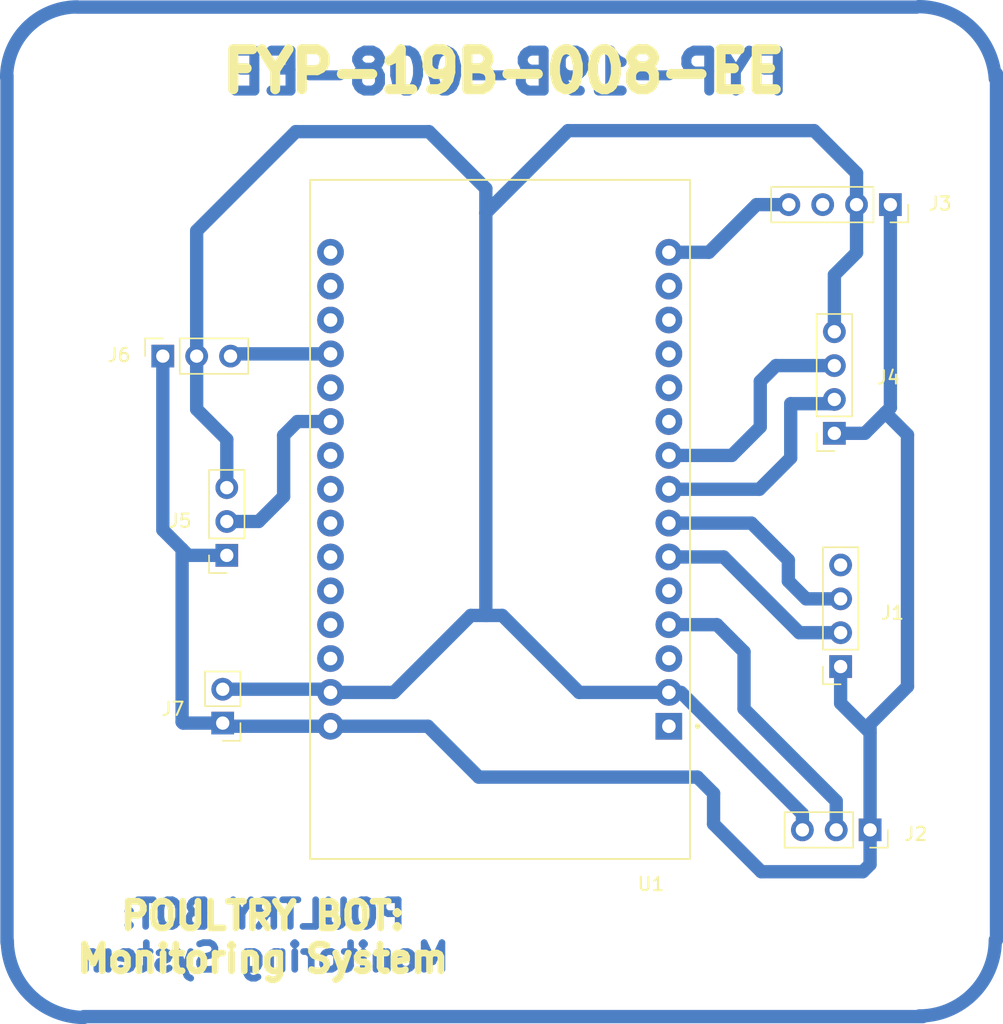
<source format=kicad_pcb>
(kicad_pcb (version 20171130) (host pcbnew "(5.1.10)-1")

  (general
    (thickness 1.6)
    (drawings 12)
    (tracks 89)
    (zones 0)
    (modules 8)
    (nets 31)
  )

  (page A4)
  (layers
    (0 F.Cu signal)
    (31 B.Cu signal)
    (32 B.Adhes user)
    (33 F.Adhes user)
    (34 B.Paste user)
    (35 F.Paste user)
    (36 B.SilkS user)
    (37 F.SilkS user)
    (38 B.Mask user)
    (39 F.Mask user)
    (40 Dwgs.User user hide)
    (41 Cmts.User user)
    (42 Eco1.User user)
    (43 Eco2.User user)
    (44 Edge.Cuts user)
    (45 Margin user)
    (46 B.CrtYd user hide)
    (47 F.CrtYd user)
    (48 B.Fab user)
    (49 F.Fab user hide)
  )

  (setup
    (last_trace_width 1)
    (user_trace_width 1)
    (trace_clearance 0.2)
    (zone_clearance 0.508)
    (zone_45_only no)
    (trace_min 0.2)
    (via_size 0.8)
    (via_drill 0.4)
    (via_min_size 0.4)
    (via_min_drill 0.3)
    (uvia_size 0.3)
    (uvia_drill 0.1)
    (uvias_allowed no)
    (uvia_min_size 0.2)
    (uvia_min_drill 0.1)
    (edge_width 0.05)
    (segment_width 0.2)
    (pcb_text_width 0.3)
    (pcb_text_size 1.5 1.5)
    (mod_edge_width 0.12)
    (mod_text_size 1 1)
    (mod_text_width 0.15)
    (pad_size 1.524 1.524)
    (pad_drill 0.762)
    (pad_to_mask_clearance 0)
    (aux_axis_origin 0 0)
    (visible_elements FFFFFF7F)
    (pcbplotparams
      (layerselection 0x00020_fffffffe)
      (usegerberextensions false)
      (usegerberattributes true)
      (usegerberadvancedattributes true)
      (creategerberjobfile true)
      (excludeedgelayer true)
      (linewidth 0.100000)
      (plotframeref false)
      (viasonmask false)
      (mode 1)
      (useauxorigin false)
      (hpglpennumber 1)
      (hpglpenspeed 20)
      (hpglpendiameter 15.000000)
      (psnegative false)
      (psa4output false)
      (plotreference true)
      (plotvalue true)
      (plotinvisibletext false)
      (padsonsilk false)
      (subtractmaskfromsilk false)
      (outputformat 1)
      (mirror false)
      (drillshape 0)
      (scaleselection 1)
      (outputdirectory ""))
  )

  (net 0 "")
  (net 1 5V)
  (net 2 TX)
  (net 3 RX)
  (net 4 GND)
  (net 5 DHT22)
  (net 6 "Net-(J3-Pad3)")
  (net 7 MQ135)
  (net 8 Echo)
  (net 9 Trigger)
  (net 10 YF-S201)
  (net 11 Relay)
  (net 12 "Net-(U1-Pad1)")
  (net 13 "Net-(U1-Pad3)")
  (net 14 "Net-(U1-Pad5)")
  (net 15 "Net-(U1-Pad10)")
  (net 16 "Net-(U1-Pad11)")
  (net 17 "Net-(U1-Pad12)")
  (net 18 "Net-(U1-Pad13)")
  (net 19 "Net-(U1-Pad14)")
  (net 20 "Net-(U1-Pad28)")
  (net 21 "Net-(U1-Pad27)")
  (net 22 "Net-(U1-Pad26)")
  (net 23 "Net-(U1-Pad25)")
  (net 24 "Net-(U1-Pad24)")
  (net 25 "Net-(U1-Pad23)")
  (net 26 "Net-(U1-Pad22)")
  (net 27 "Net-(U1-Pad20)")
  (net 28 "Net-(U1-Pad18)")
  (net 29 "Net-(U1-Pad17)")
  (net 30 "Net-(U1-Pad16)")

  (net_class Default "This is the default net class."
    (clearance 0.2)
    (trace_width 0.25)
    (via_dia 0.8)
    (via_drill 0.4)
    (uvia_dia 0.3)
    (uvia_drill 0.1)
    (add_net 5V)
    (add_net DHT22)
    (add_net Echo)
    (add_net GND)
    (add_net MQ135)
    (add_net "Net-(J3-Pad3)")
    (add_net "Net-(U1-Pad1)")
    (add_net "Net-(U1-Pad10)")
    (add_net "Net-(U1-Pad11)")
    (add_net "Net-(U1-Pad12)")
    (add_net "Net-(U1-Pad13)")
    (add_net "Net-(U1-Pad14)")
    (add_net "Net-(U1-Pad16)")
    (add_net "Net-(U1-Pad17)")
    (add_net "Net-(U1-Pad18)")
    (add_net "Net-(U1-Pad20)")
    (add_net "Net-(U1-Pad22)")
    (add_net "Net-(U1-Pad23)")
    (add_net "Net-(U1-Pad24)")
    (add_net "Net-(U1-Pad25)")
    (add_net "Net-(U1-Pad26)")
    (add_net "Net-(U1-Pad27)")
    (add_net "Net-(U1-Pad28)")
    (add_net "Net-(U1-Pad3)")
    (add_net "Net-(U1-Pad5)")
    (add_net RX)
    (add_net Relay)
    (add_net TX)
    (add_net Trigger)
    (add_net YF-S201)
  )

  (module Connector_PinSocket_2.54mm:PinSocket_1x04_P2.54mm_Vertical (layer F.Cu) (tedit 5A19A429) (tstamp 6482E333)
    (at 165.3032 87.4776 180)
    (descr "Through hole straight socket strip, 1x04, 2.54mm pitch, single row (from Kicad 4.0.7), script generated")
    (tags "Through hole socket strip THT 1x04 2.54mm single row")
    (path /6482B3E9)
    (fp_text reference J1 (at -3.8989 4.0386) (layer F.SilkS)
      (effects (font (size 1 1) (thickness 0.15)))
    )
    (fp_text value NX4832T035 (at 0 10.39) (layer F.Fab)
      (effects (font (size 1 1) (thickness 0.15)))
    )
    (fp_line (start -1.8 9.4) (end -1.8 -1.8) (layer F.CrtYd) (width 0.05))
    (fp_line (start 1.75 9.4) (end -1.8 9.4) (layer F.CrtYd) (width 0.05))
    (fp_line (start 1.75 -1.8) (end 1.75 9.4) (layer F.CrtYd) (width 0.05))
    (fp_line (start -1.8 -1.8) (end 1.75 -1.8) (layer F.CrtYd) (width 0.05))
    (fp_line (start 0 -1.33) (end 1.33 -1.33) (layer F.SilkS) (width 0.12))
    (fp_line (start 1.33 -1.33) (end 1.33 0) (layer F.SilkS) (width 0.12))
    (fp_line (start 1.33 1.27) (end 1.33 8.95) (layer F.SilkS) (width 0.12))
    (fp_line (start -1.33 8.95) (end 1.33 8.95) (layer F.SilkS) (width 0.12))
    (fp_line (start -1.33 1.27) (end -1.33 8.95) (layer F.SilkS) (width 0.12))
    (fp_line (start -1.33 1.27) (end 1.33 1.27) (layer F.SilkS) (width 0.12))
    (fp_line (start -1.27 8.89) (end -1.27 -1.27) (layer F.Fab) (width 0.1))
    (fp_line (start 1.27 8.89) (end -1.27 8.89) (layer F.Fab) (width 0.1))
    (fp_line (start 1.27 -0.635) (end 1.27 8.89) (layer F.Fab) (width 0.1))
    (fp_line (start 0.635 -1.27) (end 1.27 -0.635) (layer F.Fab) (width 0.1))
    (fp_line (start -1.27 -1.27) (end 0.635 -1.27) (layer F.Fab) (width 0.1))
    (fp_text user %R (at 0 3.81 90) (layer F.Fab)
      (effects (font (size 1 1) (thickness 0.15)))
    )
    (pad 1 thru_hole rect (at 0 0 180) (size 1.7 1.7) (drill 1) (layers *.Cu *.Mask)
      (net 1 5V))
    (pad 2 thru_hole oval (at 0 2.54 180) (size 1.7 1.7) (drill 1) (layers *.Cu *.Mask)
      (net 2 TX))
    (pad 3 thru_hole oval (at 0 5.08 180) (size 1.7 1.7) (drill 1) (layers *.Cu *.Mask)
      (net 3 RX))
    (pad 4 thru_hole oval (at 0 7.62 180) (size 1.7 1.7) (drill 1) (layers *.Cu *.Mask)
      (net 4 GND))
    (model ${KISYS3DMOD}/Connector_PinSocket_2.54mm.3dshapes/PinSocket_1x04_P2.54mm_Vertical.wrl
      (at (xyz 0 0 0))
      (scale (xyz 1 1 1))
      (rotate (xyz 0 0 0))
    )
  )

  (module Connector_PinSocket_2.54mm:PinSocket_1x03_P2.54mm_Vertical (layer F.Cu) (tedit 5A19A429) (tstamp 6482E41A)
    (at 167.513 99.7331 270)
    (descr "Through hole straight socket strip, 1x03, 2.54mm pitch, single row (from Kicad 4.0.7), script generated")
    (tags "Through hole socket strip THT 1x03 2.54mm single row")
    (path /6482991F)
    (fp_text reference J2 (at 0.3048 -3.429 180) (layer F.SilkS)
      (effects (font (size 1 1) (thickness 0.15)))
    )
    (fp_text value DHT22 (at 0 7.85 90) (layer F.Fab)
      (effects (font (size 1 1) (thickness 0.15)))
    )
    (fp_line (start -1.8 6.85) (end -1.8 -1.8) (layer F.CrtYd) (width 0.05))
    (fp_line (start 1.75 6.85) (end -1.8 6.85) (layer F.CrtYd) (width 0.05))
    (fp_line (start 1.75 -1.8) (end 1.75 6.85) (layer F.CrtYd) (width 0.05))
    (fp_line (start -1.8 -1.8) (end 1.75 -1.8) (layer F.CrtYd) (width 0.05))
    (fp_line (start 0 -1.33) (end 1.33 -1.33) (layer F.SilkS) (width 0.12))
    (fp_line (start 1.33 -1.33) (end 1.33 0) (layer F.SilkS) (width 0.12))
    (fp_line (start 1.33 1.27) (end 1.33 6.41) (layer F.SilkS) (width 0.12))
    (fp_line (start -1.33 6.41) (end 1.33 6.41) (layer F.SilkS) (width 0.12))
    (fp_line (start -1.33 1.27) (end -1.33 6.41) (layer F.SilkS) (width 0.12))
    (fp_line (start -1.33 1.27) (end 1.33 1.27) (layer F.SilkS) (width 0.12))
    (fp_line (start -1.27 6.35) (end -1.27 -1.27) (layer F.Fab) (width 0.1))
    (fp_line (start 1.27 6.35) (end -1.27 6.35) (layer F.Fab) (width 0.1))
    (fp_line (start 1.27 -0.635) (end 1.27 6.35) (layer F.Fab) (width 0.1))
    (fp_line (start 0.635 -1.27) (end 1.27 -0.635) (layer F.Fab) (width 0.1))
    (fp_line (start -1.27 -1.27) (end 0.635 -1.27) (layer F.Fab) (width 0.1))
    (fp_text user %R (at 0 2.54) (layer F.Fab)
      (effects (font (size 1 1) (thickness 0.15)))
    )
    (pad 1 thru_hole rect (at 0 0 270) (size 1.7 1.7) (drill 1) (layers *.Cu *.Mask)
      (net 1 5V))
    (pad 2 thru_hole oval (at 0 2.54 270) (size 1.7 1.7) (drill 1) (layers *.Cu *.Mask)
      (net 5 DHT22))
    (pad 3 thru_hole oval (at 0 5.08 270) (size 1.7 1.7) (drill 1) (layers *.Cu *.Mask)
      (net 4 GND))
    (model ${KISYS3DMOD}/Connector_PinSocket_2.54mm.3dshapes/PinSocket_1x03_P2.54mm_Vertical.wrl
      (at (xyz 0 0 0))
      (scale (xyz 1 1 1))
      (rotate (xyz 0 0 0))
    )
  )

  (module Connector_PinSocket_2.54mm:PinSocket_1x04_P2.54mm_Vertical (layer F.Cu) (tedit 5A19A429) (tstamp 6482DE6F)
    (at 169.037 52.8193 270)
    (descr "Through hole straight socket strip, 1x04, 2.54mm pitch, single row (from Kicad 4.0.7), script generated")
    (tags "Through hole socket strip THT 1x04 2.54mm single row")
    (path /64829F7A)
    (fp_text reference J3 (at -0.0762 -3.7338 180) (layer F.SilkS)
      (effects (font (size 1 1) (thickness 0.15)))
    )
    (fp_text value MQ135 (at 0 10.39 90) (layer F.Fab)
      (effects (font (size 1 1) (thickness 0.15)))
    )
    (fp_line (start -1.8 9.4) (end -1.8 -1.8) (layer F.CrtYd) (width 0.05))
    (fp_line (start 1.75 9.4) (end -1.8 9.4) (layer F.CrtYd) (width 0.05))
    (fp_line (start 1.75 -1.8) (end 1.75 9.4) (layer F.CrtYd) (width 0.05))
    (fp_line (start -1.8 -1.8) (end 1.75 -1.8) (layer F.CrtYd) (width 0.05))
    (fp_line (start 0 -1.33) (end 1.33 -1.33) (layer F.SilkS) (width 0.12))
    (fp_line (start 1.33 -1.33) (end 1.33 0) (layer F.SilkS) (width 0.12))
    (fp_line (start 1.33 1.27) (end 1.33 8.95) (layer F.SilkS) (width 0.12))
    (fp_line (start -1.33 8.95) (end 1.33 8.95) (layer F.SilkS) (width 0.12))
    (fp_line (start -1.33 1.27) (end -1.33 8.95) (layer F.SilkS) (width 0.12))
    (fp_line (start -1.33 1.27) (end 1.33 1.27) (layer F.SilkS) (width 0.12))
    (fp_line (start -1.27 8.89) (end -1.27 -1.27) (layer F.Fab) (width 0.1))
    (fp_line (start 1.27 8.89) (end -1.27 8.89) (layer F.Fab) (width 0.1))
    (fp_line (start 1.27 -0.635) (end 1.27 8.89) (layer F.Fab) (width 0.1))
    (fp_line (start 0.635 -1.27) (end 1.27 -0.635) (layer F.Fab) (width 0.1))
    (fp_line (start -1.27 -1.27) (end 0.635 -1.27) (layer F.Fab) (width 0.1))
    (fp_text user %R (at 0 3.81) (layer F.Fab)
      (effects (font (size 1 1) (thickness 0.15)))
    )
    (pad 1 thru_hole rect (at 0 0 270) (size 1.7 1.7) (drill 1) (layers *.Cu *.Mask)
      (net 1 5V))
    (pad 2 thru_hole oval (at 0 2.54 270) (size 1.7 1.7) (drill 1) (layers *.Cu *.Mask)
      (net 4 GND))
    (pad 3 thru_hole oval (at 0 5.08 270) (size 1.7 1.7) (drill 1) (layers *.Cu *.Mask)
      (net 6 "Net-(J3-Pad3)"))
    (pad 4 thru_hole oval (at 0 7.62 270) (size 1.7 1.7) (drill 1) (layers *.Cu *.Mask)
      (net 7 MQ135))
    (model ${KISYS3DMOD}/Connector_PinSocket_2.54mm.3dshapes/PinSocket_1x04_P2.54mm_Vertical.wrl
      (at (xyz 0 0 0))
      (scale (xyz 1 1 1))
      (rotate (xyz 0 0 0))
    )
  )

  (module Connector_PinSocket_2.54mm:PinSocket_1x04_P2.54mm_Vertical (layer F.Cu) (tedit 5A19A429) (tstamp 6482D9E3)
    (at 164.8333 69.977 180)
    (descr "Through hole straight socket strip, 1x04, 2.54mm pitch, single row (from Kicad 4.0.7), script generated")
    (tags "Through hole socket strip THT 1x04 2.54mm single row")
    (path /6482A66E)
    (fp_text reference J4 (at -4.0513 4.191) (layer F.SilkS)
      (effects (font (size 1 1) (thickness 0.15)))
    )
    (fp_text value HC-SR04 (at 0 10.39) (layer F.Fab)
      (effects (font (size 1 1) (thickness 0.15)))
    )
    (fp_text user %R (at 0 3.81 90) (layer F.Fab)
      (effects (font (size 1 1) (thickness 0.15)))
    )
    (fp_line (start -1.27 -1.27) (end 0.635 -1.27) (layer F.Fab) (width 0.1))
    (fp_line (start 0.635 -1.27) (end 1.27 -0.635) (layer F.Fab) (width 0.1))
    (fp_line (start 1.27 -0.635) (end 1.27 8.89) (layer F.Fab) (width 0.1))
    (fp_line (start 1.27 8.89) (end -1.27 8.89) (layer F.Fab) (width 0.1))
    (fp_line (start -1.27 8.89) (end -1.27 -1.27) (layer F.Fab) (width 0.1))
    (fp_line (start -1.33 1.27) (end 1.33 1.27) (layer F.SilkS) (width 0.12))
    (fp_line (start -1.33 1.27) (end -1.33 8.95) (layer F.SilkS) (width 0.12))
    (fp_line (start -1.33 8.95) (end 1.33 8.95) (layer F.SilkS) (width 0.12))
    (fp_line (start 1.33 1.27) (end 1.33 8.95) (layer F.SilkS) (width 0.12))
    (fp_line (start 1.33 -1.33) (end 1.33 0) (layer F.SilkS) (width 0.12))
    (fp_line (start 0 -1.33) (end 1.33 -1.33) (layer F.SilkS) (width 0.12))
    (fp_line (start -1.8 -1.8) (end 1.75 -1.8) (layer F.CrtYd) (width 0.05))
    (fp_line (start 1.75 -1.8) (end 1.75 9.4) (layer F.CrtYd) (width 0.05))
    (fp_line (start 1.75 9.4) (end -1.8 9.4) (layer F.CrtYd) (width 0.05))
    (fp_line (start -1.8 9.4) (end -1.8 -1.8) (layer F.CrtYd) (width 0.05))
    (pad 4 thru_hole oval (at 0 7.62 180) (size 1.7 1.7) (drill 1) (layers *.Cu *.Mask)
      (net 4 GND))
    (pad 3 thru_hole oval (at 0 5.08 180) (size 1.7 1.7) (drill 1) (layers *.Cu *.Mask)
      (net 8 Echo))
    (pad 2 thru_hole oval (at 0 2.54 180) (size 1.7 1.7) (drill 1) (layers *.Cu *.Mask)
      (net 9 Trigger))
    (pad 1 thru_hole rect (at 0 0 180) (size 1.7 1.7) (drill 1) (layers *.Cu *.Mask)
      (net 1 5V))
    (model ${KISYS3DMOD}/Connector_PinSocket_2.54mm.3dshapes/PinSocket_1x04_P2.54mm_Vertical.wrl
      (at (xyz 0 0 0))
      (scale (xyz 1 1 1))
      (rotate (xyz 0 0 0))
    )
  )

  (module Connector_PinSocket_2.54mm:PinSocket_1x03_P2.54mm_Vertical (layer F.Cu) (tedit 5A19A429) (tstamp 6482D9FA)
    (at 119.2276 79.1337 180)
    (descr "Through hole straight socket strip, 1x03, 2.54mm pitch, single row (from Kicad 4.0.7), script generated")
    (tags "Through hole socket strip THT 1x03 2.54mm single row")
    (path /6482ACBB)
    (fp_text reference J5 (at 3.5052 2.5908) (layer F.SilkS)
      (effects (font (size 1 1) (thickness 0.15)))
    )
    (fp_text value YF-S201 (at 0 7.85) (layer F.Fab)
      (effects (font (size 1 1) (thickness 0.15)))
    )
    (fp_text user %R (at 0 2.54 90) (layer F.Fab)
      (effects (font (size 1 1) (thickness 0.15)))
    )
    (fp_line (start -1.27 -1.27) (end 0.635 -1.27) (layer F.Fab) (width 0.1))
    (fp_line (start 0.635 -1.27) (end 1.27 -0.635) (layer F.Fab) (width 0.1))
    (fp_line (start 1.27 -0.635) (end 1.27 6.35) (layer F.Fab) (width 0.1))
    (fp_line (start 1.27 6.35) (end -1.27 6.35) (layer F.Fab) (width 0.1))
    (fp_line (start -1.27 6.35) (end -1.27 -1.27) (layer F.Fab) (width 0.1))
    (fp_line (start -1.33 1.27) (end 1.33 1.27) (layer F.SilkS) (width 0.12))
    (fp_line (start -1.33 1.27) (end -1.33 6.41) (layer F.SilkS) (width 0.12))
    (fp_line (start -1.33 6.41) (end 1.33 6.41) (layer F.SilkS) (width 0.12))
    (fp_line (start 1.33 1.27) (end 1.33 6.41) (layer F.SilkS) (width 0.12))
    (fp_line (start 1.33 -1.33) (end 1.33 0) (layer F.SilkS) (width 0.12))
    (fp_line (start 0 -1.33) (end 1.33 -1.33) (layer F.SilkS) (width 0.12))
    (fp_line (start -1.8 -1.8) (end 1.75 -1.8) (layer F.CrtYd) (width 0.05))
    (fp_line (start 1.75 -1.8) (end 1.75 6.85) (layer F.CrtYd) (width 0.05))
    (fp_line (start 1.75 6.85) (end -1.8 6.85) (layer F.CrtYd) (width 0.05))
    (fp_line (start -1.8 6.85) (end -1.8 -1.8) (layer F.CrtYd) (width 0.05))
    (pad 3 thru_hole oval (at 0 5.08 180) (size 1.7 1.7) (drill 1) (layers *.Cu *.Mask)
      (net 4 GND))
    (pad 2 thru_hole oval (at 0 2.54 180) (size 1.7 1.7) (drill 1) (layers *.Cu *.Mask)
      (net 10 YF-S201))
    (pad 1 thru_hole rect (at 0 0 180) (size 1.7 1.7) (drill 1) (layers *.Cu *.Mask)
      (net 1 5V))
    (model ${KISYS3DMOD}/Connector_PinSocket_2.54mm.3dshapes/PinSocket_1x03_P2.54mm_Vertical.wrl
      (at (xyz 0 0 0))
      (scale (xyz 1 1 1))
      (rotate (xyz 0 0 0))
    )
  )

  (module Connector_PinSocket_2.54mm:PinSocket_1x03_P2.54mm_Vertical (layer F.Cu) (tedit 5A19A429) (tstamp 6482DA11)
    (at 114.427 64.1858 90)
    (descr "Through hole straight socket strip, 1x03, 2.54mm pitch, single row (from Kicad 4.0.7), script generated")
    (tags "Through hole socket strip THT 1x03 2.54mm single row")
    (path /6482BAFD)
    (fp_text reference J6 (at 0.0762 -3.2893 180) (layer F.SilkS)
      (effects (font (size 1 1) (thickness 0.15)))
    )
    (fp_text value Hw-307b (at 0 7.85 90) (layer F.Fab)
      (effects (font (size 1 1) (thickness 0.15)))
    )
    (fp_line (start -1.8 6.85) (end -1.8 -1.8) (layer F.CrtYd) (width 0.05))
    (fp_line (start 1.75 6.85) (end -1.8 6.85) (layer F.CrtYd) (width 0.05))
    (fp_line (start 1.75 -1.8) (end 1.75 6.85) (layer F.CrtYd) (width 0.05))
    (fp_line (start -1.8 -1.8) (end 1.75 -1.8) (layer F.CrtYd) (width 0.05))
    (fp_line (start 0 -1.33) (end 1.33 -1.33) (layer F.SilkS) (width 0.12))
    (fp_line (start 1.33 -1.33) (end 1.33 0) (layer F.SilkS) (width 0.12))
    (fp_line (start 1.33 1.27) (end 1.33 6.41) (layer F.SilkS) (width 0.12))
    (fp_line (start -1.33 6.41) (end 1.33 6.41) (layer F.SilkS) (width 0.12))
    (fp_line (start -1.33 1.27) (end -1.33 6.41) (layer F.SilkS) (width 0.12))
    (fp_line (start -1.33 1.27) (end 1.33 1.27) (layer F.SilkS) (width 0.12))
    (fp_line (start -1.27 6.35) (end -1.27 -1.27) (layer F.Fab) (width 0.1))
    (fp_line (start 1.27 6.35) (end -1.27 6.35) (layer F.Fab) (width 0.1))
    (fp_line (start 1.27 -0.635) (end 1.27 6.35) (layer F.Fab) (width 0.1))
    (fp_line (start 0.635 -1.27) (end 1.27 -0.635) (layer F.Fab) (width 0.1))
    (fp_line (start -1.27 -1.27) (end 0.635 -1.27) (layer F.Fab) (width 0.1))
    (fp_text user %R (at 0 2.54) (layer F.Fab)
      (effects (font (size 1 1) (thickness 0.15)))
    )
    (pad 1 thru_hole rect (at 0 0 90) (size 1.7 1.7) (drill 1) (layers *.Cu *.Mask)
      (net 1 5V))
    (pad 2 thru_hole oval (at 0 2.54 90) (size 1.7 1.7) (drill 1) (layers *.Cu *.Mask)
      (net 4 GND))
    (pad 3 thru_hole oval (at 0 5.08 90) (size 1.7 1.7) (drill 1) (layers *.Cu *.Mask)
      (net 11 Relay))
    (model ${KISYS3DMOD}/Connector_PinSocket_2.54mm.3dshapes/PinSocket_1x03_P2.54mm_Vertical.wrl
      (at (xyz 0 0 0))
      (scale (xyz 1 1 1))
      (rotate (xyz 0 0 0))
    )
  )

  (module Connector_PinHeader_2.54mm:PinHeader_1x02_P2.54mm_Vertical (layer F.Cu) (tedit 59FED5CC) (tstamp 6482DA27)
    (at 118.9228 91.7194 180)
    (descr "Through hole straight pin header, 1x02, 2.54mm pitch, single row")
    (tags "Through hole pin header THT 1x02 2.54mm single row")
    (path /6484B414)
    (fp_text reference J7 (at 3.7338 1.0668) (layer F.SilkS)
      (effects (font (size 1 1) (thickness 0.15)))
    )
    (fp_text value XL4016 (at 0 4.87) (layer F.Fab)
      (effects (font (size 1 1) (thickness 0.15)))
    )
    (fp_line (start 1.8 -1.8) (end -1.8 -1.8) (layer F.CrtYd) (width 0.05))
    (fp_line (start 1.8 4.35) (end 1.8 -1.8) (layer F.CrtYd) (width 0.05))
    (fp_line (start -1.8 4.35) (end 1.8 4.35) (layer F.CrtYd) (width 0.05))
    (fp_line (start -1.8 -1.8) (end -1.8 4.35) (layer F.CrtYd) (width 0.05))
    (fp_line (start -1.33 -1.33) (end 0 -1.33) (layer F.SilkS) (width 0.12))
    (fp_line (start -1.33 0) (end -1.33 -1.33) (layer F.SilkS) (width 0.12))
    (fp_line (start -1.33 1.27) (end 1.33 1.27) (layer F.SilkS) (width 0.12))
    (fp_line (start 1.33 1.27) (end 1.33 3.87) (layer F.SilkS) (width 0.12))
    (fp_line (start -1.33 1.27) (end -1.33 3.87) (layer F.SilkS) (width 0.12))
    (fp_line (start -1.33 3.87) (end 1.33 3.87) (layer F.SilkS) (width 0.12))
    (fp_line (start -1.27 -0.635) (end -0.635 -1.27) (layer F.Fab) (width 0.1))
    (fp_line (start -1.27 3.81) (end -1.27 -0.635) (layer F.Fab) (width 0.1))
    (fp_line (start 1.27 3.81) (end -1.27 3.81) (layer F.Fab) (width 0.1))
    (fp_line (start 1.27 -1.27) (end 1.27 3.81) (layer F.Fab) (width 0.1))
    (fp_line (start -0.635 -1.27) (end 1.27 -1.27) (layer F.Fab) (width 0.1))
    (fp_text user %R (at 0 1.27 90) (layer F.Fab)
      (effects (font (size 1 1) (thickness 0.15)))
    )
    (pad 1 thru_hole rect (at 0 0 180) (size 1.7 1.7) (drill 1) (layers *.Cu *.Mask)
      (net 1 5V))
    (pad 2 thru_hole oval (at 0 2.54 180) (size 1.7 1.7) (drill 1) (layers *.Cu *.Mask)
      (net 4 GND))
    (model ${KISYS3DMOD}/Connector_PinHeader_2.54mm.3dshapes/PinHeader_1x02_P2.54mm_Vertical.wrl
      (at (xyz 0 0 0))
      (scale (xyz 1 1 1))
      (rotate (xyz 0 0 0))
    )
  )

  (module MODULE_ESP32_DEVKIT_V1 (layer F.Cu) (tedit 63ACFA6F) (tstamp 6482DA73)
    (at 139.7127 76.4413 180)
    (path /64828509)
    (fp_text reference U1 (at -11.355 -27.36) (layer F.SilkS)
      (effects (font (size 1 1) (thickness 0.15)))
    )
    (fp_text value ESP32-DEVKIT-V1 (at -0.56 27.36) (layer F.Fab)
      (effects (font (size 1 1) (thickness 0.15)))
    )
    (fp_line (start 14.48 -25.725) (end -14.53 -25.725) (layer F.CrtYd) (width 0.05))
    (fp_line (start 14.48 25.725) (end 14.48 -25.725) (layer F.CrtYd) (width 0.05))
    (fp_line (start -14.53 25.725) (end 14.48 25.725) (layer F.CrtYd) (width 0.05))
    (fp_line (start -14.53 -25.725) (end -14.53 25.725) (layer F.CrtYd) (width 0.05))
    (fp_line (start 8.78 25.475) (end 14.23 25.475) (layer F.SilkS) (width 0.127))
    (fp_line (start -8.91 25.475) (end 8.78 25.475) (layer F.SilkS) (width 0.127))
    (fp_line (start -14.28 25.475) (end -8.91 25.475) (layer F.SilkS) (width 0.127))
    (fp_line (start 14.23 -25.475) (end 14.23 25.475) (layer F.SilkS) (width 0.127))
    (fp_line (start -14.28 25.475) (end -14.28 -25.475) (layer F.SilkS) (width 0.127))
    (fp_line (start 3.5 -25.475) (end 14.23 -25.475) (layer F.SilkS) (width 0.127))
    (fp_line (start -3.211 -25.475) (end 3.5 -25.475) (layer F.SilkS) (width 0.127))
    (fp_line (start -14.28 -25.475) (end -3.211 -25.475) (layer F.SilkS) (width 0.127))
    (fp_poly (pts (xy -8.91 18.985) (xy 8.78 18.985) (xy 8.78 25.475) (xy -8.91 25.475)) (layer Dwgs.User) (width 0.01))
    (fp_poly (pts (xy -8.91 18.985) (xy 8.78 18.985) (xy 8.78 25.475) (xy -8.91 25.475)) (layer Dwgs.User) (width 0.01))
    (fp_poly (pts (xy -8.91 18.985) (xy 8.78 18.985) (xy 8.78 25.475) (xy -8.91 25.475)) (layer Dwgs.User) (width 0.01))
    (fp_line (start -3.211 -21.585) (end -3.211 -25.475) (layer F.Fab) (width 0.127))
    (fp_line (start 3.5 -21.585) (end -3.211 -21.585) (layer F.Fab) (width 0.127))
    (fp_line (start 3.5 -25.475) (end 3.5 -21.585) (layer F.Fab) (width 0.127))
    (fp_line (start -8.91 18.985) (end 8.78 18.985) (layer F.Fab) (width 0.127))
    (fp_line (start 8.78 18.985) (end 8.78 25.475) (layer F.Fab) (width 0.127))
    (fp_line (start 8.78 6.355) (end 8.78 18.985) (layer F.Fab) (width 0.127))
    (fp_line (start -8.91 6.355) (end 8.78 6.355) (layer F.Fab) (width 0.127))
    (fp_line (start -8.91 18.985) (end -8.91 6.355) (layer F.Fab) (width 0.127))
    (fp_line (start -8.91 25.475) (end -8.91 18.985) (layer F.Fab) (width 0.127))
    (fp_line (start 8.78 25.475) (end 14.23 25.475) (layer F.Fab) (width 0.127))
    (fp_line (start -8.91 25.475) (end 8.78 25.475) (layer F.Fab) (width 0.127))
    (fp_line (start -14.28 25.475) (end -8.91 25.475) (layer F.Fab) (width 0.127))
    (fp_line (start 14.23 -25.475) (end 14.23 25.475) (layer F.Fab) (width 0.127))
    (fp_circle (center -14.85 -15.515) (end -14.75 -15.515) (layer F.Fab) (width 0.2))
    (fp_circle (center -14.85 -15.515) (end -14.75 -15.515) (layer F.SilkS) (width 0.2))
    (fp_line (start -14.28 25.475) (end -14.28 -25.475) (layer F.SilkS) (width 0.127))
    (fp_line (start -14.28 -25.475) (end 14.23 -25.475) (layer F.SilkS) (width 0.127))
    (fp_line (start -14.28 25.475) (end -14.28 -25.475) (layer F.Fab) (width 0.127))
    (fp_line (start 14.23 25.475) (end -14.28 25.475) (layer F.SilkS) (width 0.127))
    (fp_line (start 14.23 -25.475) (end 14.23 25.475) (layer F.SilkS) (width 0.127))
    (fp_line (start 3.5 -25.475) (end 14.23 -25.475) (layer F.Fab) (width 0.127))
    (fp_line (start -3.211 -25.475) (end 3.5 -25.475) (layer F.Fab) (width 0.127))
    (fp_line (start -14.28 -25.475) (end -3.211 -25.475) (layer F.Fab) (width 0.127))
    (pad 1 thru_hole rect (at -12.7 -15.515 180) (size 2 2) (drill 1.02) (layers *.Cu *.Mask)
      (net 12 "Net-(U1-Pad1)"))
    (pad 2 thru_hole circle (at -12.7 -12.975 180) (size 2 2) (drill 1.02) (layers *.Cu *.Mask)
      (net 4 GND))
    (pad 3 thru_hole circle (at -12.7 -10.435 180) (size 2 2) (drill 1.02) (layers *.Cu *.Mask)
      (net 13 "Net-(U1-Pad3)"))
    (pad 4 thru_hole circle (at -12.7 -7.895 180) (size 2 2) (drill 1.02) (layers *.Cu *.Mask)
      (net 5 DHT22))
    (pad 5 thru_hole circle (at -12.7 -5.355 180) (size 2 2) (drill 1.02) (layers *.Cu *.Mask)
      (net 14 "Net-(U1-Pad5)"))
    (pad 6 thru_hole circle (at -12.7 -2.815 180) (size 2 2) (drill 1.02) (layers *.Cu *.Mask)
      (net 2 TX))
    (pad 7 thru_hole circle (at -12.7 -0.275 180) (size 2 2) (drill 1.02) (layers *.Cu *.Mask)
      (net 3 RX))
    (pad 8 thru_hole circle (at -12.7 2.265 180) (size 2 2) (drill 1.02) (layers *.Cu *.Mask)
      (net 9 Trigger))
    (pad 9 thru_hole circle (at -12.7 4.805 180) (size 2 2) (drill 1.02) (layers *.Cu *.Mask)
      (net 8 Echo))
    (pad 10 thru_hole circle (at -12.7 7.345 180) (size 2 2) (drill 1.02) (layers *.Cu *.Mask)
      (net 15 "Net-(U1-Pad10)"))
    (pad 11 thru_hole circle (at -12.7 9.885 180) (size 2 2) (drill 1.02) (layers *.Cu *.Mask)
      (net 16 "Net-(U1-Pad11)"))
    (pad 12 thru_hole circle (at -12.7 12.425 180) (size 2 2) (drill 1.02) (layers *.Cu *.Mask)
      (net 17 "Net-(U1-Pad12)"))
    (pad 13 thru_hole circle (at -12.7 14.965 180) (size 2 2) (drill 1.02) (layers *.Cu *.Mask)
      (net 18 "Net-(U1-Pad13)"))
    (pad 14 thru_hole circle (at -12.7 17.505 180) (size 2 2) (drill 1.02) (layers *.Cu *.Mask)
      (net 19 "Net-(U1-Pad14)"))
    (pad 15 thru_hole circle (at -12.7 20.045 180) (size 2 2) (drill 1.02) (layers *.Cu *.Mask)
      (net 7 MQ135))
    (pad 30 thru_hole circle (at 12.7 -15.515 180) (size 2 2) (drill 1.02) (layers *.Cu *.Mask)
      (net 1 5V))
    (pad 29 thru_hole circle (at 12.7 -12.975 180) (size 2 2) (drill 1.02) (layers *.Cu *.Mask)
      (net 4 GND))
    (pad 28 thru_hole circle (at 12.7 -10.435 180) (size 2 2) (drill 1.02) (layers *.Cu *.Mask)
      (net 20 "Net-(U1-Pad28)"))
    (pad 27 thru_hole circle (at 12.7 -7.895 180) (size 2 2) (drill 1.02) (layers *.Cu *.Mask)
      (net 21 "Net-(U1-Pad27)"))
    (pad 26 thru_hole circle (at 12.7 -5.355 180) (size 2 2) (drill 1.02) (layers *.Cu *.Mask)
      (net 22 "Net-(U1-Pad26)"))
    (pad 25 thru_hole circle (at 12.7 -2.815 180) (size 2 2) (drill 1.02) (layers *.Cu *.Mask)
      (net 23 "Net-(U1-Pad25)"))
    (pad 24 thru_hole circle (at 12.7 -0.275 180) (size 2 2) (drill 1.02) (layers *.Cu *.Mask)
      (net 24 "Net-(U1-Pad24)"))
    (pad 23 thru_hole circle (at 12.7 2.265 180) (size 2 2) (drill 1.02) (layers *.Cu *.Mask)
      (net 25 "Net-(U1-Pad23)"))
    (pad 22 thru_hole circle (at 12.7 4.805 180) (size 2 2) (drill 1.02) (layers *.Cu *.Mask)
      (net 26 "Net-(U1-Pad22)"))
    (pad 21 thru_hole circle (at 12.7 7.345 180) (size 2 2) (drill 1.02) (layers *.Cu *.Mask)
      (net 10 YF-S201))
    (pad 20 thru_hole circle (at 12.7 9.885 180) (size 2 2) (drill 1.02) (layers *.Cu *.Mask)
      (net 27 "Net-(U1-Pad20)"))
    (pad 19 thru_hole circle (at 12.7 12.425 180) (size 2 2) (drill 1.02) (layers *.Cu *.Mask)
      (net 11 Relay))
    (pad 18 thru_hole circle (at 12.7 14.965 180) (size 2 2) (drill 1.02) (layers *.Cu *.Mask)
      (net 28 "Net-(U1-Pad18)"))
    (pad 17 thru_hole circle (at 12.7 17.505 180) (size 2 2) (drill 1.02) (layers *.Cu *.Mask)
      (net 29 "Net-(U1-Pad17)"))
    (pad 16 thru_hole circle (at 12.7 20.045 180) (size 2 2) (drill 1.02) (layers *.Cu *.Mask)
      (net 30 "Net-(U1-Pad16)"))
    (pad None np_thru_hole circle (at -12.28 23.475 180) (size 3 3) (drill 3) (layers *.Cu *.Mask))
    (pad None np_thru_hole circle (at 12.23 23.475 180) (size 3 3) (drill 3) (layers *.Cu *.Mask))
    (pad None np_thru_hole circle (at 12.23 -23.475 180) (size 3 3) (drill 3) (layers *.Cu *.Mask))
    (pad None np_thru_hole circle (at -12.28 -23.475 180) (size 3 3) (drill 3) (layers *.Cu *.Mask))
  )

  (gr_text "POULTRY BOT:\nMonitoring System" (at 121.9962 107.6833) (layer B.Cu) (tstamp 6482EA91)
    (effects (font (size 2 2) (thickness 0.5)) (justify mirror))
  )
  (gr_text FYP-19B-008-EE (at 140.2969 42.9133) (layer B.Cu) (tstamp 6482EA8A)
    (effects (font (size 3 3) (thickness 0.75)) (justify mirror))
  )
  (gr_text FYP-19B-008-EE (at 140.0048 42.8117) (layer F.SilkS) (tstamp 6482EA82)
    (effects (font (size 3 3) (thickness 0.75)))
  )
  (gr_text "POULTRY BOT:\nMonitoring System" (at 121.92 107.7976) (layer F.SilkS)
    (effects (font (size 2 2) (thickness 0.5)))
  )
  (gr_line (start 108.4881 113.7412) (end 171.4881 113.7412) (layer B.Cu) (width 1))
  (gr_line (start 177 43) (end 177 108) (layer B.Cu) (width 1))
  (gr_arc (start 171.1452 43.7444) (end 176.911 43.3705) (angle -86.28968435) (layer B.Cu) (width 1))
  (gr_arc (start 171.2087 107.9881) (end 171.2087 113.6904) (angle -90) (layer B.Cu) (width 1))
  (gr_arc (start 108.546899 108.0135) (end 102.7557 108.0516) (angle -89.13440508) (layer B.Cu) (width 1))
  (gr_arc (start 108.0008 43.2816) (end 108.0008 37.9857) (angle -90) (layer B.Cu) (width 1))
  (gr_line (start 102.7303 108.1673) (end 102.7303 43.1673) (layer B.Cu) (width 1))
  (gr_line (start 108 38) (end 171 38) (layer B.Cu) (width 1))

  (segment (start 114.427 64.1858) (end 114.427 77.2287) (width 1) (layer B.Cu) (net 1))
  (segment (start 116.332 79.1337) (end 119.2276 79.1337) (width 1) (layer B.Cu) (net 1))
  (segment (start 119.1597 91.9563) (end 118.9228 91.7194) (width 1) (layer B.Cu) (net 1))
  (segment (start 127.0127 91.9563) (end 119.1597 91.9563) (width 1) (layer B.Cu) (net 1))
  (segment (start 118.9228 91.7194) (end 115.951 91.7194) (width 1) (layer B.Cu) (net 1))
  (segment (start 115.8748 91.6432) (end 115.8748 78.6765) (width 1) (layer B.Cu) (net 1))
  (segment (start 115.951 91.7194) (end 115.8748 91.6432) (width 1) (layer B.Cu) (net 1))
  (segment (start 115.8748 78.6765) (end 116.332 79.1337) (width 1) (layer B.Cu) (net 1))
  (segment (start 114.427 77.2287) (end 115.8748 78.6765) (width 1) (layer B.Cu) (net 1))
  (segment (start 167.513 99.7331) (end 167.513 102.3239) (width 1) (layer B.Cu) (net 1))
  (segment (start 167.513 102.3239) (end 166.9669 102.87) (width 1) (layer B.Cu) (net 1))
  (segment (start 166.9669 102.87) (end 159.3469 102.87) (width 1) (layer B.Cu) (net 1))
  (segment (start 159.3469 102.87) (end 155.7655 99.2886) (width 1) (layer B.Cu) (net 1))
  (segment (start 155.7655 99.2886) (end 155.7655 96.9899) (width 1) (layer B.Cu) (net 1))
  (segment (start 155.7655 96.9899) (end 154.5463 95.7707) (width 1) (layer B.Cu) (net 1))
  (segment (start 154.5463 95.7707) (end 138.1379 95.7707) (width 1) (layer B.Cu) (net 1))
  (segment (start 134.3235 91.9563) (end 127.0127 91.9563) (width 1) (layer B.Cu) (net 1))
  (segment (start 138.1379 95.7707) (end 134.3235 91.9563) (width 1) (layer B.Cu) (net 1))
  (segment (start 164.8333 69.977) (end 167.1193 69.977) (width 1) (layer B.Cu) (net 1))
  (segment (start 169.037 68.0593) (end 169.037 52.8193) (width 1) (layer B.Cu) (net 1))
  (segment (start 165.3032 87.4776) (end 165.3032 90.2335) (width 1) (layer B.Cu) (net 1))
  (segment (start 167.513 92.4433) (end 167.513 99.7331) (width 1) (layer B.Cu) (net 1))
  (segment (start 165.3032 90.2335) (end 167.513 92.4433) (width 1) (layer B.Cu) (net 1))
  (segment (start 167.513 92.4433) (end 167.513 91.7829) (width 1) (layer B.Cu) (net 1))
  (segment (start 167.513 91.7829) (end 170.3197 88.9762) (width 1) (layer B.Cu) (net 1))
  (segment (start 170.3197 70.0913) (end 168.66235 68.43395) (width 1) (layer B.Cu) (net 1))
  (segment (start 170.3197 88.9762) (end 170.3197 70.0913) (width 1) (layer B.Cu) (net 1))
  (segment (start 168.66235 68.43395) (end 169.037 68.0593) (width 1) (layer B.Cu) (net 1))
  (segment (start 167.1193 69.977) (end 168.66235 68.43395) (width 1) (layer B.Cu) (net 1))
  (segment (start 156.5231 79.2563) (end 152.4127 79.2563) (width 1) (layer B.Cu) (net 2))
  (segment (start 162.2044 84.9376) (end 156.5231 79.2563) (width 1) (layer B.Cu) (net 2))
  (segment (start 165.3032 84.9376) (end 162.2044 84.9376) (width 1) (layer B.Cu) (net 2))
  (segment (start 152.4127 76.7163) (end 158.6059 76.7163) (width 1) (layer B.Cu) (net 3))
  (segment (start 158.6059 76.7163) (end 161.3789 79.4893) (width 1) (layer B.Cu) (net 3))
  (segment (start 161.3789 79.4893) (end 161.3789 81.0641) (width 1) (layer B.Cu) (net 3))
  (segment (start 162.7124 82.3976) (end 165.3032 82.3976) (width 1) (layer B.Cu) (net 3))
  (segment (start 161.3789 81.0641) (end 162.7124 82.3976) (width 1) (layer B.Cu) (net 3))
  (segment (start 116.967 64.1858) (end 116.967 68.1736) (width 1) (layer B.Cu) (net 4))
  (segment (start 119.2276 70.4342) (end 119.2276 74.0537) (width 1) (layer B.Cu) (net 4))
  (segment (start 116.967 68.1736) (end 119.2276 70.4342) (width 1) (layer B.Cu) (net 4))
  (segment (start 126.7758 89.1794) (end 127.0127 89.4163) (width 1) (layer B.Cu) (net 4))
  (segment (start 118.9228 89.1794) (end 126.7758 89.1794) (width 1) (layer B.Cu) (net 4))
  (segment (start 153.318281 89.4163) (end 152.4127 89.4163) (width 1) (layer B.Cu) (net 4))
  (segment (start 162.433 98.531019) (end 153.318281 89.4163) (width 1) (layer B.Cu) (net 4))
  (segment (start 162.433 99.7331) (end 162.433 98.531019) (width 1) (layer B.Cu) (net 4))
  (segment (start 152.4127 89.4163) (end 145.6773 89.4163) (width 1) (layer B.Cu) (net 4))
  (segment (start 145.6773 89.4163) (end 139.9032 83.6422) (width 1) (layer B.Cu) (net 4))
  (segment (start 131.7669 89.4163) (end 127.0127 89.4163) (width 1) (layer B.Cu) (net 4))
  (segment (start 137.541 83.6422) (end 131.7669 89.4163) (width 1) (layer B.Cu) (net 4))
  (segment (start 116.967 54.7878) (end 124.4092 47.3456) (width 1) (layer B.Cu) (net 4))
  (segment (start 124.4092 47.3456) (end 134.4041 47.3456) (width 1) (layer B.Cu) (net 4))
  (segment (start 134.4041 47.3456) (end 138.6713 51.6128) (width 1) (layer B.Cu) (net 4))
  (segment (start 138.6713 83.6422) (end 137.541 83.6422) (width 1) (layer B.Cu) (net 4))
  (segment (start 139.9032 83.6422) (end 138.6713 83.6422) (width 1) (layer B.Cu) (net 4))
  (segment (start 166.497 52.8193) (end 166.497 50.4571) (width 1) (layer B.Cu) (net 4))
  (segment (start 166.497 50.4571) (end 163.3093 47.2694) (width 1) (layer B.Cu) (net 4))
  (segment (start 166.497 52.8193) (end 166.497 56.4261) (width 1) (layer B.Cu) (net 4))
  (segment (start 166.497 56.4261) (end 164.8333 58.0898) (width 1) (layer B.Cu) (net 4))
  (segment (start 164.8333 58.0898) (end 164.8333 62.357) (width 1) (layer B.Cu) (net 4))
  (segment (start 144.8435 47.2694) (end 138.6713 53.4416) (width 1) (layer B.Cu) (net 4))
  (segment (start 163.3093 47.2694) (end 144.8435 47.2694) (width 1) (layer B.Cu) (net 4))
  (segment (start 138.6713 53.4416) (end 138.6713 83.6422) (width 1) (layer B.Cu) (net 4))
  (segment (start 138.6713 51.6128) (end 138.6713 53.4416) (width 1) (layer B.Cu) (net 4))
  (segment (start 116.967 64.1858) (end 116.967 54.7878) (width 1) (layer B.Cu) (net 4))
  (segment (start 152.4127 84.3363) (end 156.0151 84.3363) (width 1) (layer B.Cu) (net 5))
  (segment (start 156.0151 84.3363) (end 158.0515 86.3727) (width 1) (layer B.Cu) (net 5))
  (segment (start 158.0515 86.3727) (end 158.0515 90.6526) (width 1) (layer B.Cu) (net 5))
  (segment (start 164.973 97.5741) (end 164.973 99.7331) (width 1) (layer B.Cu) (net 5))
  (segment (start 158.0515 90.6526) (end 164.973 97.5741) (width 1) (layer B.Cu) (net 5))
  (segment (start 152.4127 56.3963) (end 155.4143 56.3963) (width 1) (layer B.Cu) (net 7))
  (segment (start 158.9913 52.8193) (end 161.417 52.8193) (width 1) (layer B.Cu) (net 7))
  (segment (start 155.4143 56.3963) (end 158.9913 52.8193) (width 1) (layer B.Cu) (net 7))
  (segment (start 152.4127 71.6363) (end 157.1327 71.6363) (width 1) (layer B.Cu) (net 8))
  (segment (start 157.1327 71.6363) (end 159.2707 69.4983) (width 1) (layer B.Cu) (net 8))
  (segment (start 159.2707 69.4983) (end 159.2707 66.0781) (width 1) (layer B.Cu) (net 8))
  (segment (start 160.4518 64.897) (end 164.8333 64.897) (width 1) (layer B.Cu) (net 8))
  (segment (start 159.2707 66.0781) (end 160.4518 64.897) (width 1) (layer B.Cu) (net 8))
  (segment (start 152.4127 74.1763) (end 159.2028 74.1763) (width 1) (layer B.Cu) (net 9))
  (segment (start 159.2028 74.1763) (end 161.5567 71.8224) (width 1) (layer B.Cu) (net 9))
  (segment (start 161.5567 71.8224) (end 161.5567 67.7545) (width 1) (layer B.Cu) (net 9))
  (segment (start 164.5158 67.7545) (end 164.8333 67.437) (width 1) (layer B.Cu) (net 9))
  (segment (start 161.5567 67.7545) (end 164.5158 67.7545) (width 1) (layer B.Cu) (net 9))
  (segment (start 119.2276 76.5937) (end 121.6152 76.5937) (width 1) (layer B.Cu) (net 10))
  (segment (start 121.6152 76.5937) (end 123.4948 74.7141) (width 1) (layer B.Cu) (net 10))
  (segment (start 123.4948 74.7141) (end 123.4948 70.1294) (width 1) (layer B.Cu) (net 10))
  (segment (start 124.5279 69.0963) (end 127.0127 69.0963) (width 1) (layer B.Cu) (net 10))
  (segment (start 123.4948 70.1294) (end 124.5279 69.0963) (width 1) (layer B.Cu) (net 10))
  (segment (start 119.6765 64.0163) (end 119.507 64.1858) (width 1) (layer B.Cu) (net 11))
  (segment (start 127.0127 64.0163) (end 119.6765 64.0163) (width 1) (layer B.Cu) (net 11))

)

</source>
